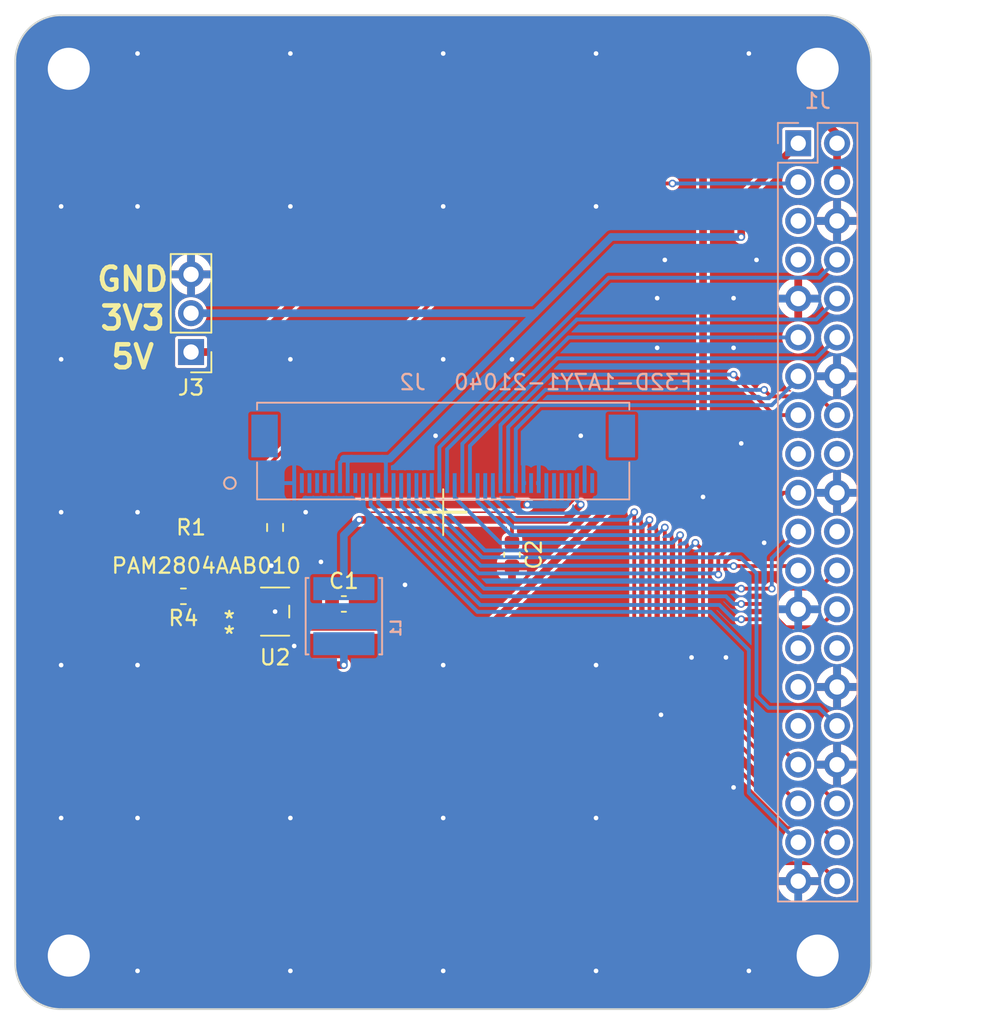
<source format=kicad_pcb>
(kicad_pcb (version 20211014) (generator pcbnew)
  (layers (0 "F.Cu" signal) (31 "B.Cu" signal) (34 "B.Paste" user) (35 "F.Paste" user) (36 "B.SilkS" user "B.Silkscreen") (37 "F.SilkS" user "F.Silkscreen") (38 "B.Mask" user) (39 "F.Mask" user) (44 "Edge.Cuts" user))
  (net 0 "")
  (net 18 "Net-(U2-Pad3)")
  (net 19 "GND")
  (net 20 "/PWM")
  (net 21 "/LED_K")
  (net 22 "/LED_A")
  (net 23 "/DB9")
  (net 24 "/DB8")
  (net 25 "/DB7")
  (net 26 "/DB6")
  (net 27 "/DB5")
  (net 28 "/DB4")
  (net 29 "/DB3")
  (net 30 "/DB2")
  (net 31 "/DB15")
  (net 32 "/DB14")
  (net 33 "/DB13")
  (net 34 "/DB12")
  (net 35 "/DB11")
  (net 36 "/DB10")
  (net 37 "/DB1")
  (net 38 "/DB0")
  (net 39 "/DAT_CMD")
  (net 40 "/!WRITE")
  (net 41 "/!RESET")
  (net 42 "+5V")
  (net 43 "+3V3")
  (footprint "Connector_PinHeader_2.54mm:PinHeader_1x03_P2.54mm_Vertical" (layer "F.Cu") (at -16.5 -10.475 180)
    (fp_text reference "J3" (at 0 -2.33) (layer "F.SilkS"))
    (fp_text value "Conn_01x03")
    (fp_line (start -1.33 1.27) (end -1.33 6.41) (layer "F.SilkS") (width 0.12))
    (fp_line (start 1.33 1.27) (end 1.33 6.41) (layer "F.SilkS") (width 0.12))
    (fp_line (start -1.33 0) (end -1.33 -1.33) (layer "F.SilkS") (width 0.12))
    (fp_line (start -1.33 6.41) (end 1.33 6.41) (layer "F.SilkS") (width 0.12))
    (fp_line (start -1.33 1.27) (end 1.33 1.27) (layer "F.SilkS") (width 0.12))
    (fp_line (start -1.33 -1.33) (end 0 -1.33) (layer "F.SilkS") (width 0.12))
    (pad "1" thru_hole rect locked (at 0 0 180) (size 1.7 1.7) (drill 1) (layers *.Cu *.Mask) (net 42 "+5V"))
    (pad "2" thru_hole oval locked (at 0 2.54 180) (size 1.7 1.7) (drill 1) (layers *.Cu *.Mask) (net 43 "+3V3"))
    (pad "3" thru_hole oval locked (at 0 5.08 180) (size 1.7 1.7) (drill 1) (layers *.Cu *.Mask) (net 19 "GND"))
  )
  (footprint "Resistor_SMD:R_0603_1608Metric" (layer "F.Cu") (at -17 5.5 180)
    (fp_text reference "R4" (at 0 -1.43) (layer "F.SilkS"))
    (fp_text value "10k")
    (fp_line (start -0.162779 0.51) (end 0.162779 0.51) (layer "F.SilkS") (width 0.12))
    (fp_line (start -0.162779 -0.51) (end 0.162779 -0.51) (layer "F.SilkS") (width 0.12))
    (pad "1" smd roundrect locked (at -0.7875 0 180) (size 0.875 0.95) (layers "F.Cu" "F.Paste" "F.Mask") (net 20 "/PWM"))
    (pad "2" smd roundrect locked (at 0.7875 0 180) (size 0.875 0.95) (layers "F.Cu" "F.Paste" "F.Mask") (net 19 "GND"))
  )
  (footprint "Capacitor_SMD:C_0603_1608Metric" (layer "F.Cu") (at -6.5 6)
    (fp_text reference "C1" (at 0 -1.5) (layer "F.SilkS"))
    (fp_text value "10 uF")
    (fp_line (start -0.14058 -0.51) (end 0.14058 -0.51) (layer "F.SilkS") (width 0.12))
    (fp_line (start -0.14058 0.51) (end 0.14058 0.51) (layer "F.SilkS") (width 0.12))
    (pad "1" smd roundrect (at -0.775 0) (size 0.9 0.95) (layers "F.Cu" "F.Paste" "F.Mask") (net 42 "+5V"))
    (pad "2" smd roundrect (at 0.775 0) (size 0.9 0.95) (layers "F.Cu" "F.Paste" "F.Mask") (net 19 "GND"))
  )
  (footprint "Resistor_SMD:R_0603_1608Metric" (layer "F.Cu") (at -11 1 90)
    (fp_text reference "R1" (at 0 -5.5 180) (layer "F.SilkS"))
    (fp_text value "1 Ω")
    (fp_line (start -0.237258 0.5225) (end 0.237258 0.5225) (layer "F.SilkS") (width 0.12))
    (fp_line (start -0.237258 -0.5225) (end 0.237258 -0.5225) (layer "F.SilkS") (width 0.12))
    (pad "1" smd roundrect (at -0.825 0 90) (size 0.8 0.95) (layers "F.Cu" "F.Paste" "F.Mask") (net 21 "/LED_K"))
    (pad "2" smd roundrect (at 0.825 0 90) (size 0.8 0.95) (layers "F.Cu" "F.Paste" "F.Mask") (net 19 "GND"))
  )
  (footprint "small-display-pi-attachment:PAM2804AAB010" (layer "F.Cu") (at -11 6.5)
    (fp_text reference "U2" (at 0 3) (layer "F.SilkS"))
    (fp_text value "PAM2804AAB010" (at -4.5 -3) (layer "F.SilkS"))
    (fp_text user "*" (at -3 1.5) (layer "F.SilkS"))
    (fp_text user "*" (at -3 0.5) (layer "F.SilkS"))
    (fp_line (start -0.9271 1.5748) (end 0.9271 1.5748) (layer "F.SilkS") (width 0.12))
    (fp_line (start 0.9271 -1.5748) (end -0.9271 -1.5748) (layer "F.SilkS") (width 0.12))
    (fp_line (start 0.9271 0.39116) (end 0.9271 -0.39116) (layer "F.SilkS") (width 0.12))
    (pad "1" smd rect locked (at -1.27635 -0.9398) (size 0.9525 0.4572) (layers "F.Cu" "F.Paste" "F.Mask") (net 20 "/PWM"))
    (pad "2" smd rect locked (at -1.27635 0) (size 0.9525 0.4572) (layers "F.Cu" "F.Paste" "F.Mask") (net 19 "GND"))
    (pad "3" smd rect locked (at -1.27635 0.9398) (size 0.9525 0.4572) (layers "F.Cu" "F.Paste" "F.Mask") (net 18 "Net-(U2-Pad3)"))
    (pad "4" smd rect locked (at 1.27635 0.9525) (size 0.9525 0.4572) (layers "F.Cu" "F.Paste" "F.Mask") (net 42 "+5V"))
    (pad "5" smd rect locked (at 1.27635 -0.9525) (size 0.9525 0.4572) (layers "F.Cu" "F.Paste" "F.Mask") (net 21 "/LED_K"))
  )
  (footprint "Capacitor_SMD:C_0603_1608Metric" (layer "F.Cu") (at 4.5 2.775 -90)
    (fp_text reference "C2" (at 0 -1.43 90) (layer "F.SilkS"))
    (fp_text value "10 uF")
    (fp_line (start -0.14058 0.51) (end 0.14058 0.51) (layer "F.SilkS") (width 0.12))
    (fp_line (start -0.14058 -0.51) (end 0.14058 -0.51) (layer "F.SilkS") (width 0.12))
    (pad "1" smd roundrect (at -0.775 0 270) (size 0.9 0.95) (layers "F.Cu" "F.Paste" "F.Mask") (net 22 "/LED_A"))
    (pad "2" smd roundrect (at 0.775 0 270) (size 0.9 0.95) (layers "F.Cu" "F.Paste" "F.Mask") (net 19 "GND"))
  )
  (footprint "small-display-pi-attachment:F32D-1A7Y1-21040" (layer "B.Cu") (at 0 -4)
    (fp_text reference "J2" (at -2 -4.5) (layer "B.SilkS") (effects (justify mirror)))
    (fp_text value "F32D-1A7Y1-21040" (at 8.5 -4.5) (layer "B.SilkS") (effects (justify mirror)))
    (fp_line (start -12.1793 -2.714439) (end -12.1793 -3.162299) (layer "B.SilkS") (width 0.12))
    (fp_line (start 12.1793 -3.162299) (end 12.1793 -2.714439) (layer "B.SilkS") (width 0.12))
    (fp_line (start -12.1793 -3.162299) (end 12.1793 -3.162299) (layer "B.SilkS") (width 0.12))
    (fp_line (start -12.1793 3.1623) (end -12.1793 0.745041) (layer "B.SilkS") (width 0.12))
    (fp_line (start 12.1793 0.745041) (end 12.1793 3.1623) (layer "B.SilkS") (width 0.12))
    (fp_line (start 12.1793 3.1623) (end -12.1793 3.1623) (layer "B.SilkS") (width 0.12))
    (fp_circle (center -13.9573 2.0953) (end -13.5763 2.0953) (layer "B.SilkS") (width 0.12) (fill none))
    (fp_circle (center -13.9573 2.0953) (end -13.5763 2.0953) (layer "F.SilkS") (width 0.12) (fill none))
    (pad "1" smd rect locked (at -9.750001 2.0953) (size 0.254 1.2954) (layers "B.Cu" "B.Paste" "B.Mask") (net 19 "GND"))
    (pad "2" smd rect locked (at -9.249999 2.0953) (size 0.254 1.2954) (layers "B.Cu" "B.Paste" "B.Mask"))
    (pad "3" smd rect locked (at -8.75 2.0953) (size 0.254 1.2954) (layers "B.Cu" "B.Paste" "B.Mask"))
    (pad "4" smd rect locked (at -8.250001 2.0953) (size 0.254 1.2954) (layers "B.Cu" "B.Paste" "B.Mask"))
    (pad "5" smd rect locked (at -7.75 2.0953) (size 0.254 1.2954) (layers "B.Cu" "B.Paste" "B.Mask"))
    (pad "6" smd rect locked (at -7.250001 2.0953) (size 0.254 1.2954) (layers "B.Cu" "B.Paste" "B.Mask"))
    (pad "7" smd rect locked (at -6.749999 2.0953) (size 0.254 1.2954) (layers "B.Cu" "B.Paste" "B.Mask") (net 43 "+3V3"))
    (pad "8" smd rect locked (at -6.25 2.0953) (size 0.254 1.2954) (layers "B.Cu" "B.Paste" "B.Mask") (net 43 "+3V3"))
    (pad "9" smd rect locked (at -5.750001 2.0953) (size 0.254 1.2954) (layers "B.Cu" "B.Paste" "B.Mask"))
    (pad "10" smd rect locked (at -5.25 2.0953) (size 0.254 1.2954) (layers "B.Cu" "B.Paste" "B.Mask") (net 19 "GND"))
    (pad "11" smd rect locked (at -4.750001 2.0953) (size 0.254 1.2954) (layers "B.Cu" "B.Paste" "B.Mask") (net 39 "/DAT_CMD"))
    (pad "12" smd rect locked (at -4.249999 2.0953) (size 0.254 1.2954) (layers "B.Cu" "B.Paste" "B.Mask") (net 40 "/!WRITE"))
    (pad "13" smd rect locked (at -3.75 2.0953) (size 0.254 1.2954) (layers "B.Cu" "B.Paste" "B.Mask") (net 43 "+3V3"))
    (pad "14" smd rect locked (at -3.250001 2.0953) (size 0.254 1.2954) (layers "B.Cu" "B.Paste" "B.Mask") (net 38 "/DB0"))
    (pad "15" smd rect locked (at -2.75 2.0953) (size 0.254 1.2954) (layers "B.Cu" "B.Paste" "B.Mask") (net 37 "/DB1"))
    (pad "16" smd rect locked (at -2.250001 2.0953) (size 0.254 1.2954) (layers "B.Cu" "B.Paste" "B.Mask") (net 30 "/DB2"))
    (pad "17" smd rect locked (at -1.749999 2.0953) (size 0.254 1.2954) (layers "B.Cu" "B.Paste" "B.Mask") (net 29 "/DB3"))
    (pad "18" smd rect locked (at -1.25 2.0953) (size 0.254 1.2954) (layers "B.Cu" "B.Paste" "B.Mask") (net 28 "/DB4"))
    (pad "19" smd rect locked (at -0.750001 2.0953) (size 0.254 1.2954) (layers "B.Cu" "B.Paste" "B.Mask") (net 27 "/DB5"))
    (pad "20" smd rect locked (at -0.25 2.0953) (size 0.254 1.2954) (layers "B.Cu" "B.Paste" "B.Mask") (net 26 "/DB6"))
    (pad "21" smd rect locked (at 0.25 2.0953) (size 0.254 1.2954) (layers "B.Cu" "B.Paste" "B.Mask") (net 25 "/DB7"))
    (pad "22" smd rect locked (at 0.750001 2.0953) (size 0.254 1.2954) (layers "B.Cu" "B.Paste" "B.Mask") (net 24 "/DB8"))
    (pad "23" smd rect locked (at 1.25 2.0953) (size 0.254 1.2954) (layers "B.Cu" "B.Paste" "B.Mask") (net 23 "/DB9"))
    (pad "24" smd rect locked (at 1.749999 2.0953) (size 0.254 1.2954) (layers "B.Cu" "B.Paste" "B.Mask") (net 36 "/DB10"))
    (pad "25" smd rect locked (at 2.250001 2.0953) (size 0.254 1.2954) (layers "B.Cu" "B.Paste" "B.Mask") (net 35 "/DB11"))
    (pad "26" smd rect locked (at 2.75 2.0953) (size 0.254 1.2954) (layers "B.Cu" "B.Paste" "B.Mask") (net 34 "/DB12"))
    (pad "27" smd rect locked (at 3.250001 2.0953) (size 0.254 1.2954) (layers "B.Cu" "B.Paste" "B.Mask") (net 33 "/DB13"))
    (pad "28" smd rect locked (at 3.75 2.0953) (size 0.254 1.2954) (layers "B.Cu" "B.Paste" "B.Mask") (net 32 "/DB14"))
    (pad "29" smd rect locked (at 4.249999 2.0953) (size 0.254 1.2954) (layers "B.Cu" "B.Paste" "B.Mask") (net 31 "/DB15"))
    (pad "30" smd rect locked (at 4.750001 2.0953) (size 0.254 1.2954) (layers "B.Cu" "B.Paste" "B.Mask") (net 41 "/!RESET"))
    (pad "31" smd rect locked (at 5.25 2.0953) (size 0.254 1.2954) (layers "B.Cu" "B.Paste" "B.Mask") (net 19 "GND"))
    (pad "32" smd rect locked (at 5.749999 2.0953) (size 0.254 1.2954) (layers "B.Cu" "B.Paste" "B.Mask"))
    (pad "33" smd rect locked (at 6.25 2.0953) (size 0.254 1.2954) (layers "B.Cu" "B.Paste" "B.Mask") (net 19 "GND"))
    (pad "34" smd rect locked (at 6.749999 2.0953) (size 0.254 1.2954) (layers "B.Cu" "B.Paste" "B.Mask") (net 21 "/LED_K"))
    (pad "35" smd rect locked (at 7.250001 2.0953) (size 0.254 1.2954) (layers "B.Cu" "B.Paste" "B.Mask") (net 21 "/LED_K"))
    (pad "36" smd rect locked (at 7.75 2.0953) (size 0.254 1.2954) (layers "B.Cu" "B.Paste" "B.Mask") (net 21 "/LED_K"))
    (pad "37" smd rect locked (at 8.249999 2.0953) (size 0.254 1.2954) (layers "B.Cu" "B.Paste" "B.Mask") (net 21 "/LED_K"))
    (pad "38" smd rect locked (at 8.75 2.0953) (size 0.254 1.2954) (layers "B.Cu" "B.Paste" "B.Mask") (net 22 "/LED_A"))
    (pad "39" smd rect locked (at 9.249999 2.0953) (size 0.254 1.2954) (layers "B.Cu" "B.Paste" "B.Mask") (net 19 "GND"))
    (pad "40" smd rect locked (at 9.750001 2.0953) (size 0.254 1.2954) (layers "B.Cu" "B.Paste" "B.Mask"))
    (pad "41" smd rect locked (at -11.689999 -0.984699) (size 1.7272 2.794) (layers "B.Cu" "B.Paste" "B.Mask"))
    (pad "42" smd rect locked (at 11.689999 -0.984699) (size 1.7272 2.794) (layers "B.Cu" "B.Paste" "B.Mask"))
  )
  (footprint "Connector_PinSocket_2.54mm:PinSocket_2x20_P2.54mm_Vertical" (layer "B.Cu") (at 23.23 -24.13 180)
    (fp_text reference "J1" (at -1.27 2.77) (layer "B.SilkS") (effects (justify mirror)))
    (fp_text value "Conn_01x40")
    (fp_line (start 1.33 -1.27) (end 1.33 -49.59) (layer "B.SilkS") (width 0.12))
    (fp_line (start 1.33 1.33) (end 1.33 0) (layer "B.SilkS") (width 0.12))
    (fp_line (start 0 1.33) (end 1.33 1.33) (layer "B.SilkS") (width 0.12))
    (fp_line (start -3.87 1.33) (end -1.27 1.33) (layer "B.SilkS") (width 0.12))
    (fp_line (start -1.27 1.33) (end -1.27 -1.27) (layer "B.SilkS") (width 0.12))
    (fp_line (start -1.27 -1.27) (end 1.33 -1.27) (layer "B.SilkS") (width 0.12))
    (fp_line (start -3.87 1.33) (end -3.87 -49.59) (layer "B.SilkS") (width 0.12))
    (fp_line (start -3.87 -49.59) (end 1.33 -49.59) (layer "B.SilkS") (width 0.12))
    (pad "1" thru_hole rect locked (at 0 0 180) (size 1.7 1.7) (drill 1) (layers *.Cu *.Mask) (net 43 "+3V3"))
    (pad "2" thru_hole oval locked (at -2.54 0 180) (size 1.7 1.7) (drill 1) (layers *.Cu *.Mask) (net 42 "+5V"))
    (pad "3" thru_hole oval locked (at 0 -2.54 180) (size 1.7 1.7) (drill 1) (layers *.Cu *.Mask) (net 20 "/PWM"))
    (pad "4" thru_hole oval locked (at -2.54 -2.54 180) (size 1.7 1.7) (drill 1) (layers *.Cu *.Mask) (net 42 "+5V"))
    (pad "5" thru_hole oval locked (at 0 -5.08 180) (size 1.7 1.7) (drill 1) (layers *.Cu *.Mask))
    (pad "6" thru_hole oval locked (at -2.54 -5.08 180) (size 1.7 1.7) (drill 1) (layers *.Cu *.Mask) (net 19 "GND"))
    (pad "7" thru_hole oval locked (at 0 -7.62 180) (size 1.7 1.7) (drill 1) (layers *.Cu *.Mask))
    (pad "8" thru_hole oval locked (at -2.54 -7.62 180) (size 1.7 1.7) (drill 1) (layers *.Cu *.Mask) (net 26 "/DB6"))
    (pad "9" thru_hole oval locked (at 0 -10.16 180) (size 1.7 1.7) (drill 1) (layers *.Cu *.Mask) (net 19 "GND"))
    (pad "10" thru_hole oval locked (at -2.54 -10.16 180) (size 1.7 1.7) (drill 1) (layers *.Cu *.Mask) (net 25 "/DB7"))
    (pad "11" thru_hole oval locked (at 0 -12.7 180) (size 1.7 1.7) (drill 1) (layers *.Cu *.Mask) (net 23 "/DB9"))
    (pad "12" thru_hole oval locked (at -2.54 -12.7 180) (size 1.7 1.7) (drill 1) (layers *.Cu *.Mask) (net 36 "/DB10"))
    (pad "13" thru_hole oval locked (at 0 -15.24 180) (size 1.7 1.7) (drill 1) (layers *.Cu *.Mask) (net 41 "/!RESET"))
    (pad "14" thru_hole oval locked (at -2.54 -15.24 180) (size 1.7 1.7) (drill 1) (layers *.Cu *.Mask) (net 19 "GND"))
    (pad "15" thru_hole oval locked (at 0 -17.78 180) (size 1.7 1.7) (drill 1) (layers *.Cu *.Mask) (net 32 "/DB14"))
    (pad "16" thru_hole oval locked (at -2.54 -17.78 180) (size 1.7 1.7) (drill 1) (layers *.Cu *.Mask) (net 31 "/DB15"))
    (pad "17" thru_hole oval locked (at 0 -20.32 180) (size 1.7 1.7) (drill 1) (layers *.Cu *.Mask))
    (pad "18" thru_hole oval locked (at -2.54 -20.32 180) (size 1.7 1.7) (drill 1) (layers *.Cu *.Mask))
    (pad "19" thru_hole oval locked (at 0 -22.86 180) (size 1.7 1.7) (drill 1) (layers *.Cu *.Mask) (net 30 "/DB2"))
    (pad "20" thru_hole oval locked (at -2.54 -22.86 180) (size 1.7 1.7) (drill 1) (layers *.Cu *.Mask) (net 19 "GND"))
    (pad "21" thru_hole oval locked (at 0 -25.4 180) (size 1.7 1.7) (drill 1) (layers *.Cu *.Mask) (net 37 "/DB1"))
    (pad "22" thru_hole oval locked (at -2.54 -25.4 180) (size 1.7 1.7) (drill 1) (layers *.Cu *.Mask))
    (pad "23" thru_hole oval locked (at 0 -27.94 180) (size 1.7 1.7) (drill 1) (layers *.Cu *.Mask) (net 29 "/DB3"))
    (pad "24" thru_hole oval locked (at -2.54 -27.94 180) (size 1.7 1.7) (drill 1) (layers *.Cu *.Mask) (net 38 "/DB0"))
    (pad "25" thru_hole oval locked (at 0 -30.48 180) (size 1.7 1.7) (drill 1) (layers *.Cu *.Mask) (net 19 "GND"))
    (pad "26" thru_hole oval locked (at -2.54 -30.48 180) (size 1.7 1.7) (drill 1) (layers *.Cu *.Mask) (net 40 "/!WRITE"))
    (pad "27" thru_hole oval locked (at 0 -33.02 180) (size 1.7 1.7) (drill 1) (layers *.Cu *.Mask))
    (pad "28" thru_hole oval locked (at -2.54 -33.02 180) (size 1.7 1.7) (drill 1) (layers *.Cu *.Mask))
    (pad "29" thru_hole oval locked (at 0 -35.56 180) (size 1.7 1.7) (drill 1) (layers *.Cu *.Mask))
    (pad "30" thru_hole oval locked (at -2.54 -35.56 180) (size 1.7 1.7) (drill 1) (layers *.Cu *.Mask) (net 19 "GND"))
    (pad "31" thru_hole oval locked (at 0 -38.1 180) (size 1.7 1.7) (drill 1) (layers *.Cu *.Mask))
    (pad "32" thru_hole oval locked (at -2.54 -38.1 180) (size 1.7 1.7) (drill 1) (layers *.Cu *.Mask) (net 28 "/DB4"))
    (pad "33" thru_hole oval locked (at 0 -40.64 180) (size 1.7 1.7) (drill 1) (layers *.Cu *.Mask) (net 27 "/DB5"))
    (pad "34" thru_hole oval locked (at -2.54 -40.64 180) (size 1.7 1.7) (drill 1) (layers *.Cu *.Mask) (net 19 "GND"))
    (pad "35" thru_hole oval locked (at 0 -43.18 180) (size 1.7 1.7) (drill 1) (layers *.Cu *.Mask) (net 35 "/DB11"))
    (pad "36" thru_hole oval locked (at -2.54 -43.18 180) (size 1.7 1.7) (drill 1) (layers *.Cu *.Mask) (net 24 "/DB8"))
    (pad "37" thru_hole oval locked (at 0 -45.72 180) (size 1.7 1.7) (drill 1) (layers *.Cu *.Mask) (net 39 "/DAT_CMD"))
    (pad "38" thru_hole oval locked (at -2.54 -45.72 180) (size 1.7 1.7) (drill 1) (layers *.Cu *.Mask) (net 34 "/DB12"))
    (pad "39" thru_hole oval locked (at 0 -48.26 180) (size 1.7 1.7) (drill 1) (layers *.Cu *.Mask) (net 19 "GND"))
    (pad "40" thru_hole oval locked (at -2.54 -48.26 180) (size 1.7 1.7) (drill 1) (layers *.Cu *.Mask) (net 33 "/DB13"))
  )
  (footprint "small-display-pi-attachment:IND_VLS5045EX-100M" (layer "B.Cu") (at -6.5 6.8 90)
    (fp_text reference "L1" (at -0.768 3.4064 90) (layer "B.SilkS") (effects (font (size 0.64 0.64)) (justify mirror)))
    (fp_text value "4.7 uH")
    (fp_line (start 2.5 -2.5) (end 2.5 -2.32) (layer "B.SilkS") (width 0.127))
    (fp_line (start -2.5 -2.5) (end -2.5 -2.32) (layer "B.SilkS") (width 0.127))
    (fp_line (start -2.5 2.5) (end 2.5 2.5) (layer "B.SilkS") (width 0.127))
    (fp_line (start -2.5 2.5) (end -2.5 2.32) (layer "B.SilkS") (width 0.127))
    (fp_line (start 2.5 2.5) (end 2.5 2.32) (layer "B.SilkS") (width 0.127))
    (fp_line (start -2.5 -2.5) (end 2.5 -2.5) (layer "B.SilkS") (width 0.127))
    (pad "1" smd rect locked (at -1.8 0 90) (size 1.5 4) (layers "B.Cu" "B.Paste" "B.Mask") (net 18 "Net-(U2-Pad3)"))
    (pad "2" smd rect locked (at 1.8 0 90) (size 1.5 4) (layers "B.Cu" "B.Paste" "B.Mask") (net 22 "/LED_A"))
  )
  (gr_line (start -1.5 0) (end 1.5 0) (layer "F.SilkS") (width 0.2))
  (gr_line (start 0 -1.5) (end 0 1.5) (layer "F.SilkS") (width 0.12))
  (gr_line (start -28 29.5) (end -28 -29.5) (layer "Edge.Cuts") (width 0.12))
  (gr_arc (start 25 -32.5) (mid 27.12132 -31.62132) (end 28 -29.5) (layer "Edge.Cuts") (width 0.12))
  (gr_arc (start 28 29.5) (mid 27.12132 31.62132) (end 25 32.5) (layer "Edge.Cuts") (width 0.12))
  (gr_line (start 28 -29.5) (end 28 29.5) (layer "Edge.Cuts") (width 0.12))
  (gr_arc (start -28 -29.5) (mid -27.12132 -31.62132) (end -25 -32.5) (layer "Edge.Cuts") (width 0.12))
  (gr_arc (start -25 32.5) (mid -27.12132 31.62132) (end -28 29.5) (layer "Edge.Cuts") (width 0.12))
  (gr_line (start 25 -32.5) (end -25 -32.5) (layer "Edge.Cuts") (width 0.12))
  (gr_line (start -25 32.5) (end 25 32.5) (layer "Edge.Cuts") (width 0.12))
  (gr_text "3V3" (at -20.32 -12.7) (layer "F.SilkS") (effects (font (size 1.5 1.5) (thickness 0.3))))
  (gr_text "5V" (at -20.32 -10.16) (layer "F.SilkS") (effects (font (size 1.5 1.5) (thickness 0.3))))
  (gr_text "GND" (at -20.32 -15.24) (layer "F.SilkS") (effects (font (size 1.5 1.5) (thickness 0.3))))
  (segment (start -12.27635 7.4398) (end -12.27635 8.72365) (width 0.5) (layer "F.Cu") (net 18))
  (segment (start -12.27635 8.72365) (end -11 10) (width 0.5) (layer "F.Cu") (net 18))
  (segment (start -11 10) (end -6.5 10) (width 0.5) (layer "F.Cu") (net 18))
  (via (at -6.5 10) (size 0.5) (drill 0.3) (layers "F.Cu" "B.Cu") (net 18))
  (segment (start -6.5 10) (end -6.5 8.6) (width 0.5) (layer "B.Cu") (net 18))
  (via (at 4.5 -10) (size 0.5) (drill 0.3) (layers "F.Cu" "B.Cu") (net 19))
  (via (at 10 -30) (size 0.5) (drill 0.3) (layers "F.Cu" "B.Cu") (net 19))
  (via (at 0 20) (size 0.5) (drill 0.3) (layers "F.Cu" "B.Cu") (net 19))
  (via (at 0 -20) (size 0.5) (drill 0.3) (layers "F.Cu" "B.Cu") (net 19))
  (via (at 9 -5) (size 0.5) (drill 0.3) (layers "F.Cu" "B.Cu") (net 19))
  (via (at -9.75 8.75) (size 0.5) (drill 0.3) (layers "F.Cu" "B.Cu") (net 19))
  (via (at -25 10) (size 0.5) (drill 0.3) (layers "F.Cu" "B.Cu") (net 19))
  (via (at -10 -20) (size 0.5) (drill 0.3) (layers "F.Cu" "B.Cu") (net 19))
  (via (at 24.5 -29) (size 4) (drill 2.75) (layers "F.Cu" "B.Cu") (net 19))
  (via (at -2.5 4.75) (size 0.5) (drill 0.3) (layers "F.Cu" "B.Cu") (net 19))
  (via (at 0 -30) (size 0.5) (drill 0.3) (layers "F.Cu" "B.Cu") (net 19))
  (via (at 0 30) (size 0.5) (drill 0.3) (layers "F.Cu" "B.Cu") (net 19))
  (via (at -11 6.5) (size 0.5) (drill 0.3) (layers "F.Cu" "B.Cu") (net 19))
  (via (at -0.5 -5) (size 0.5) (drill 0.3) (layers "F.Cu" "B.Cu") (net 19))
  (via (at 0 -10) (size 0.5) (drill 0.3) (layers "F.Cu" "B.Cu") (net 19))
  (via (at 14 -10.75) (size 0.5) (drill 0.3) (layers "F.Cu" "B.Cu") (net 19))
  (via (at -11.25 3.5) (size 0.5) (drill 0.3) (layers "F.Cu" "B.Cu") (net 19))
  (via (at 14.25 13.25) (size 0.5) (drill 0.3) (layers "F.Cu" "B.Cu") (net 19))
  (via (at -10 30) (size 0.5) (drill 0.3) (layers "F.Cu" "B.Cu") (net 19))
  (via (at 19.5 -4.5) (size 0.5) (drill 0.3) (layers "F.Cu" "B.Cu") (net 19))
  (via (at -10 20) (size 0.5) (drill 0.3) (layers "F.Cu" "B.Cu") (net 19))
  (via (at -20 30) (size 0.5) (drill 0.3) (layers "F.Cu" "B.Cu") (net 19))
  (via (at -9 0) (size 0.5) (drill 0.3) (layers "F.Cu" "B.Cu") (net 19))
  (via (at 20 -30) (size 0.5) (drill 0.3) (layers "F.Cu" "B.Cu") (net 19))
  (via (at 20.5 -16.5) (size 0.5) (drill 0.3) (layers "F.Cu" "B.Cu") (net 19))
  (via (at 21 2) (size 0.5) (drill 0.3) (layers "F.Cu" "B.Cu") (net 19))
  (via (at 10 10) (size 0.5) (drill 0.3) (layers "F.Cu" "B.Cu") (net 19))
  (via (at -24.5 -29) (size 4) (drill 2.75) (layers "F.Cu" "B.Cu") (net 19))
  (via (at -25 -10) (size 0.5) (drill 0.3) (layers "F.Cu" "B.Cu") (net 19))
  (via (at 19 18) (size 0.5) (drill 0.3) (layers "F.Cu" "B.Cu") (net 19))
  (via (at 0 10) (size 0.5) (drill 0.3) (layers "F.Cu" "B.Cu") (net 19))
  (via (at 16.25 9.5) (size 0.5) (drill 0.3) (layers "F.Cu" "B.Cu") (net 19))
  (via (at -20 10) (size 0.5) (drill 0.3) (layers "F.Cu" "B.Cu") (net 19))
  (via (at 10 30) (size 0.5) (drill 0.3) (layers "F.Cu" "B.Cu") (net 19))
  (via (at 17 -1) (size 0.5) (drill 0.3) (layers "F.Cu" "B.Cu") (net 19))
  (via (at -20 -30) (size 0.5) (drill 0.3) (layers "F.Cu" "B.Cu") (net 19))
  (via (at 10 20) (size 0.5) (drill 0.3) (layers "F.Cu" "B.Cu") (net 19))
  (via (at -20 -20) (size 0.5) (drill 0.3) (layers "F.Cu" "B.Cu") (net 19))
  (via (at -25 0) (size 0.5) (drill 0.3) (layers "F.Cu" "B.Cu") (net 19))
  (via (at -20 0) (size 0.5) (drill 0.3) (layers "F.Cu" "B.Cu") (net 19))
  (via (at -25 20) (size 0.5) (drill 0.3) (layers "F.Cu" "B.Cu") (net 19))
  (via (at 19 -14) (size 0.5) (drill 0.3) (layers "F.Cu" "B.Cu") (net 19))
  (via (at -10 -30) (size 0.5) (drill 0.3) (layers "F.Cu" "B.Cu") (net 19))
  (via (at 10 -20) (size 0.5) (drill 0.3) (layers "F.Cu" "B.Cu") (net 19))
  (via (at 14 -14) (size 0.5) (drill 0.3) (layers "F.Cu" "B.Cu") (net 19))
  (via (at -24.5 29) (size 4) (drill 2.75) (layers "F.Cu" "B.Cu") (net 19))
  (via (at 20 30) (size 0.5) (drill 0.3) (layers "F.Cu" "B.Cu") (net 19))
  (via (at 18.5 9.5) (size 0.5) (drill 0.3) (layers "F.Cu" "B.Cu") (net 19))
  (via (at -8 3.25) (size 0.5) (drill 0.3) (layers "F.Cu" "B.Cu") (net 19))
  (via (at -20 20) (size 0.5) (drill 0.3) (layers "F.Cu" "B.Cu") (net 19))
  (via (at -10 -10) (size 0.5) (drill 0.3) (layers "F.Cu" "B.Cu") (net 19))
  (via (at 24.5 29) (size 4) (drill 2.75) (layers "F.Cu" "B.Cu") (net 19))
  (via (at 19 -10.75) (size 0.5) (drill 0.3) (layers "F.Cu" "B.Cu") (net 19))
  (via (at 14.5 -16.5) (size 0.5) (drill 0.3) (layers "F.Cu" "B.Cu") (net 19))
  (via (at -25 -20) (size 0.5) (drill 0.3) (layers "F.Cu" "B.Cu") (net 19))
  (segment (start -12.5 5.33655) (end -12.27635 5.5602) (width 0.25) (layer "F.Cu") (net 20))
  (segment (start 7 -21.5) (end -12.5 -2) (width 0.25) (layer "F.Cu") (net 20))
  (segment (start -16.1523 5.5602) (end -16.2125 5.5) (width 0.25) (layer "F.Cu") (net 20))
  (segment (start -12.27635 5.5602) (end -16.1523 5.5602) (width 0.25) (layer "F.Cu") (net 20))
  (segment (start 15 -21.5) (end 7 -21.5) (width 0.25) (layer "F.Cu") (net 20))
  (segment (start -12.5 -2) (end -12.5 5.33655) (width 0.25) (layer "F.Cu") (net 20))
  (via (at 15 -21.5) (size 0.5) (drill 0.3) (layers "F.Cu" "B.Cu") (net 20))
  (segment (start 15 -21.5) (end 23.14 -21.5) (width 0.25) (layer "B.Cu") (net 20))
  (segment (start 23.14 -21.5) (end 23.23 -21.59) (width 0.25) (layer "B.Cu") (net 20))
  (segment (start -11 1.825) (end -9.72365 3.10135) (width 0.25) (layer "F.Cu") (net 21))
  (segment (start -9.72365 2.72365) (end -6.5 -0.5) (width 0.5) (layer "F.Cu") (net 21))
  (segment (start -9.72365 4.72365) (end -9.72365 2.72365) (width 0.5) (layer "F.Cu") (net 21))
  (segment (start -9.72365 5.5475) (end -9.72365 4.72365) (width 0.5) (layer "F.Cu") (net 21))
  (segment (start -9.72365 3.10135) (end -9.72365 4.72365) (width 0.25) (layer "F.Cu") (net 21))
  (segment (start -6.5 -0.5) (end 5.5 -0.5) (width 0.5) (layer "F.Cu") (net 21))
  (via (at 5.5 -0.5) (size 0.5) (drill 0.3) (layers "F.Cu" "B.Cu") (net 21))
  (segment (start 6.749999 -0.749999) (end 6.5 -0.5) (width 0.25) (layer "B.Cu") (net 21))
  (segment (start 7.75 -1.9047) (end 7.75 -0.75) (width 0.25) (layer "B.Cu") (net 21))
  (segment (start 6.749999 -1.9047) (end 6.749999 -0.749999) (width 0.25) (layer "B.Cu") (net 21))
  (segment (start 8.249999 -1.9047) (end 8.249999 -0.749999) (width 0.25) (layer "B.Cu") (net 21))
  (segment (start 7.250001 -0.750001) (end 7 -0.5) (width 0.25) (layer "B.Cu") (net 21))
  (segment (start 7.5 -0.5) (end 8 -0.5) (width 0.5) (layer "B.Cu") (net 21))
  (segment (start 5.5 -0.5) (end 6.5 -0.5) (width 0.5) (layer "B.Cu") (net 21))
  (segment (start 7 -0.5) (end 7.5 -0.5) (width 0.5) (layer "B.Cu") (net 21))
  (segment (start 8.249999 -0.749999) (end 8 -0.5) (width 0.25) (layer "B.Cu") (net 21))
  (segment (start 7.75 -0.75) (end 7.5 -0.5) (width 0.25) (layer "B.Cu") (net 21))
  (segment (start 7.250001 -1.9047) (end 7.250001 -0.750001) (width 0.25) (layer "B.Cu") (net 21))
  (segment (start 6.5 -0.5) (end 7 -0.5) (width 0.5) (layer "B.Cu") (net 21))
  (segment (start 8 0.5) (end 9 -0.5) (width 0.5) (layer "F.Cu") (net 22))
  (segment (start -5.5 0.5) (end 4.5 0.5) (width 0.5) (layer "F.Cu") (net 22))
  (segment (start 4.5 0.5) (end 8 0.5) (width 0.5) (layer "F.Cu") (net 22))
  (segment (start 4.5 2) (end 4.5 0.5) (width 0.25) (layer "F.Cu") (net 22))
  (via (at 9 -0.5) (size 0.5) (drill 0.3) (layers "F.Cu" "B.Cu") (net 22))
  (via (at -5.5 0.5) (size 0.5) (drill 0.3) (layers "F.Cu" "B.Cu") (net 22))
  (segment (start 8.75 -1.9047) (end 8.75 -0.75) (width 0.25) (layer "B.Cu") (net 22))
  (segment (start -6.5 5) (end -6.5 1.5) (width 0.5) (layer "B.Cu") (net 22))
  (segment (start -6.5 1.5) (end -5.5 0.5) (width 0.5) (layer "B.Cu") (net 22))
  (segment (start 8.75 -0.75) (end 9 -0.5) (width 0.25) (layer "B.Cu") (net 22))
  (segment (start 23.23 -11.43) (end 20.43 -11.43) (width 0.25) (layer "B.Cu") (net 23))
  (segment (start 8.202792 -11.43) (end 20.43 -11.43) (width 0.25) (layer "B.Cu") (net 23))
  (segment (start 1.25 -4.477208) (end 8.202792 -11.43) (width 0.25) (layer "B.Cu") (net 23))
  (segment (start 1.25 -1.9047) (end 1.25 -4.477208) (width 0.25) (layer "B.Cu") (net 23))
  (segment (start 24.595 17.875) (end 22.875 17.875) (width 0.25) (layer "F.Cu") (net 24))
  (segment (start 22.875 17.875) (end 15.5 10.5) (width 0.25) (layer "F.Cu") (net 24))
  (segment (start 25.77 19.05) (end 24.595 17.875) (width 0.25) (layer "F.Cu") (net 24))
  (segment (start 15.5 10.5) (end 15.5 1.5) (width 0.25) (layer "F.Cu") (net 24))
  (via (at 15.5 1.5) (size 0.5) (drill 0.3) (layers "F.Cu" "B.Cu") (net 24))
  (segment (start 0.750001 -0.979999) (end 3.73 2) (width 0.25) (layer "B.Cu") (net 24))
  (segment (start 15 2) (end 15.5 1.5) (width 0.25) (layer "B.Cu") (net 24))
  (segment (start 3.73 2) (end 15 2) (width 0.25) (layer "B.Cu") (net 24))
  (segment (start 0.750001 -1.9047) (end 0.750001 -0.979999) (width 0.25) (layer "B.Cu") (net 24))
  (segment (start 0.25 -4.113604) (end 8.741396 -12.605) (width 0.25) (layer "B.Cu") (net 25))
  (segment (start 24.405 -12.605) (end 25.77 -13.97) (width 0.25) (layer "B.Cu") (net 25))
  (segment (start 8.741396 -12.605) (end 24.405 -12.605) (width 0.25) (layer "B.Cu") (net 25))
  (segment (start 0.25 -1.9047) (end 0.25 -4.113604) (width 0.25) (layer "B.Cu") (net 25))
  (segment (start -0.25 -4.25) (end 10.835 -15.335) (width 0.25) (layer "B.Cu") (net 26))
  (segment (start 24.595 -15.335) (end 25.77 -16.51) (width 0.25) (layer "B.Cu") (net 26))
  (segment (start -0.25 -1.9047) (end -0.25 -4.25) (width 0.25) (layer "B.Cu") (net 26))
  (segment (start 10.835 -15.335) (end 24.595 -15.335) (width 0.25) (layer "B.Cu") (net 26))
  (segment (start 17 10.28) (end 23.23 16.51) (width 0.25) (layer "F.Cu") (net 27))
  (segment (start 17 2.5) (end 17 10.28) (width 0.25) (layer "F.Cu") (net 27))
  (segment (start 16.5 2) (end 17 2.5) (width 0.25) (layer "F.Cu") (net 27))
  (via (at 16.5 2) (size 0.5) (drill 0.3) (layers "F.Cu" "B.Cu") (net 27))
  (segment (start 16 2.5) (end 2.73 2.5) (width 0.25) (layer "B.Cu") (net 27))
  (segment (start -0.750001 -0.980001) (end -0.750001 -1.9047) (width 0.25) (layer "B.Cu") (net 27))
  (segment (start 2.73 2.5) (end -0.750001 -0.980001) (width 0.25) (layer "B.Cu") (net 27))
  (segment (start 16.5 2) (end 16 2.5) (width 0.25) (layer "B.Cu") (net 27))
  (segment (start 24.595 12.795) (end 25.77 13.97) (width 0.25) (layer "B.Cu") (net 28))
  (segment (start -1.25 -0.843604) (end 2.543604 2.95) (width 0.25) (layer "B.Cu") (net 28))
  (segment (start 20.5 12) (end 21.295 12.795) (width 0.25) (layer "B.Cu") (net 28))
  (segment (start -1.25 -1.9047) (end -1.25 -0.843604) (width 0.25) (layer "B.Cu") (net 28))
  (segment (start 19.45 2.95) (end 20.5 4) (width 0.25) (layer "B.Cu") (net 28))
  (segment (start 20.5 4) (end 20.5 12) (width 0.25) (layer "B.Cu") (net 28))
  (segment (start 2.543604 2.95) (end 19.45 2.95) (width 0.25) (layer "B.Cu") (net 28))
  (segment (start 21.295 12.795) (end 24.595 12.795) (width 0.25) (layer "B.Cu") (net 28))
  (segment (start 19 3.5245) (end 22.9445 3.5245) (width 0.25) (layer "F.Cu") (net 29))
  (segment (start 22.9445 3.5245) (end 23.23 3.81) (width 0.25) (layer "F.Cu") (net 29))
  (via (at 19 3.5245) (size 0.5) (drill 0.3) (layers "F.Cu" "B.Cu") (net 29))
  (segment (start 7 3.5) (end 19 3.5) (width 0.25) (layer "B.Cu") (net 29))
  (segment (start -1.749999 -1.9047) (end -1.749999 -0.707207) (width 0.25) (layer "B.Cu") (net 29))
  (segment (start -1.749999 -0.707207) (end 2.457208 3.5) (width 0.25) (layer "B.Cu") (net 29))
  (segment (start 2.457208 3.5) (end 7 3.5) (width 0.25) (layer "B.Cu") (net 29))
  (segment (start 19 3.5) (end 19 3.5245) (width 0.25) (layer "B.Cu") (net 29))
  (segment (start 22.27 -1.27) (end 23.23 -1.27) (width 0.25) (layer "F.Cu") (net 30))
  (segment (start 18 4.0745) (end 18 3) (width 0.25) (layer "F.Cu") (net 30))
  (segment (start 18 3) (end 22.27 -1.27) (width 0.25) (layer "F.Cu") (net 30))
  (via (at 18 4.0745) (size 0.5) (drill 0.3) (layers "F.Cu" "B.Cu") (net 30))
  (segment (start -2.250001 -1.9047) (end -2.250001 -0.570813) (width 0.25) (layer "B.Cu") (net 30))
  (segment (start 18 4) (end 18 4.0745) (width 0.25) (layer "B.Cu") (net 30))
  (segment (start 2.320812 4) (end 7.5 4) (width 0.25) (layer "B.Cu") (net 30))
  (segment (start -2.250001 -0.570813) (end 2.320812 4) (width 0.25) (layer "B.Cu") (net 30))
  (segment (start 7.5 4) (end 18 4) (width 0.25) (layer "B.Cu") (net 30))
  (segment (start 21 -8) (end 21.4255 -7.5745) (width 0.25) (layer "F.Cu") (net 31))
  (segment (start 24.5455 -7.5745) (end 25.77 -6.35) (width 0.25) (layer "F.Cu") (net 31))
  (segment (start 21.4255 -7.5745) (end 24.5455 -7.5745) (width 0.25) (layer "F.Cu") (net 31))
  (via (at 21 -8) (size 0.5) (drill 0.3) (layers "F.Cu" "B.Cu") (net 31))
  (segment (start 4.249999 -5.568019) (end 4.249999 -1.9047) (width 0.25) (layer "B.Cu") (net 31))
  (segment (start 20.5 -8) (end 6.68198 -8) (width 0.25) (layer "B.Cu") (net 31))
  (segment (start 21 -8) (end 20.5 -8) (width 0.25) (layer "B.Cu") (net 31))
  (segment (start 6.68198 -8) (end 4.249999 -5.568019) (width 0.25) (layer "B.Cu") (net 31))
  (segment (start 19 -9) (end 21.65 -6.35) (width 0.25) (layer "F.Cu") (net 32))
  (segment (start 21.65 -6.35) (end 23.23 -6.35) (width 0.25) (layer "F.Cu") (net 32))
  (via (at 19 -9) (size 0.5) (drill 0.3) (layers "F.Cu" "B.Cu") (net 32))
  (segment (start 7.045584 -9) (end 3.75 -5.704416) (width 0.25) (layer "B.Cu") (net 32))
  (segment (start 19 -9) (end 7.045584 -9) (width 0.25) (layer "B.Cu") (net 32))
  (segment (start 3.75 -5.704416) (end 3.75 -1.9047) (width 0.25) (layer "B.Cu") (net 32))
  (segment (start 12.5 0) (end 12.5 13) (width 0.25) (layer "F.Cu") (net 33))
  (segment (start 24.595 22.955) (end 22.455 22.955) (width 0.25) (layer "F.Cu") (net 33))
  (segment (start 12.5 13) (end 13.25 13.75) (width 0.25) (layer "F.Cu") (net 33))
  (segment (start 25.77 24.13) (end 24.595 22.955) (width 0.25) (layer "F.Cu") (net 33))
  (segment (start 22.455 22.955) (end 13.25 13.75) (width 0.25) (layer "F.Cu") (net 33))
  (via (at 12.5 0) (size 0.5) (drill 0.3) (layers "F.Cu" "B.Cu") (net 33))
  (segment (start 3.250001 -1.9047) (end 3.250001 -0.979999) (width 0.25) (layer "B.Cu") (net 33))
  (segment (start 12 0.5) (end 12.5 0) (width 0.25) (layer "B.Cu") (net 33))
  (segment (start 4.73 0.5) (end 12 0.5) (width 0.25) (layer "B.Cu") (net 33))
  (segment (start 3.250001 -0.979999) (end 4.73 0.5) (width 0.25) (layer "B.Cu") (net 33))
  (segment (start 13.5 0.5) (end 13.5 11) (width 0.25) (layer "F.Cu") (net 34))
  (segment (start 25.77 21.59) (end 24.405 20.225) (width 0.25) (layer "F.Cu") (net 34))
  (segment (start 22.725 20.225) (end 14 11.5) (width 0.25) (layer "F.Cu") (net 34))
  (segment (start 24.405 20.225) (end 22.725 20.225) (width 0.25) (layer "F.Cu") (net 34))
  (segment (start 13.5 11) (end 14 11.5) (width 0.25) (layer "F.Cu") (net 34))
  (via (at 13.5 0.5) (size 0.5) (drill 0.3) (layers "F.Cu" "B.Cu") (net 34))
  (segment (start 2.75 -0.843604) (end 2.75 -1.9047) (width 0.25) (layer "B.Cu") (net 34))
  (segment (start 13.5 0.5) (end 13 1) (width 0.25) (layer "B.Cu") (net 34))
  (segment (start 13 1) (end 4.593604 1) (width 0.25) (layer "B.Cu") (net 34))
  (segment (start 4.593604 1) (end 2.75 -0.843604) (width 0.25) (layer "B.Cu") (net 34))
  (segment (start 14.5 1) (end 14.5 10.32) (width 0.25) (layer "F.Cu") (net 35))
  (segment (start 14.5 10.32) (end 15.09 10.91) (width 0.25) (layer "F.Cu") (net 35))
  (segment (start 23.23 19.05) (end 15.09 10.91) (width 0.25) (layer "F.Cu") (net 35))
  (via (at 14.5 1) (size 0.5) (drill 0.3) (layers "F.Cu" "B.Cu") (net 35))
  (segment (start 4.457208 1.5) (end 14 1.5) (width 0.25) (layer "B.Cu") (net 35))
  (segment (start 14 1.5) (end 14.5 1) (width 0.25) (layer "B.Cu") (net 35))
  (segment (start 2.250001 -0.707207) (end 4.457208 1.5) (width 0.25) (layer "B.Cu") (net 35))
  (segment (start 2.250001 -1.9047) (end 2.250001 -0.707207) (width 0.25) (layer "B.Cu") (net 35))
  (segment (start 1.749999 -1.9047) (end 1.749999 -4.340811) (width 0.25) (layer "B.Cu") (net 36))
  (segment (start 1.749999 -4.340811) (end 7.474188 -10.065) (width 0.25) (layer "B.Cu") (net 36))
  (segment (start 24.405 -10.065) (end 25.77 -11.43) (width 0.25) (layer "B.Cu") (net 36))
  (segment (start 7.474188 -10.065) (end 24.405 -10.065) (width 0.25) (layer "B.Cu") (net 36))
  (segment (start 19.5 5) (end 21.5 5) (width 0.25) (layer "F.Cu") (net 37))
  (via (at 19.5 5) (size 0.5) (drill 0.3) (layers "F.Cu" "B.Cu") (net 37))
  (via (at 21.5 5) (size 0.5) (drill 0.3) (layers "F.Cu" "B.Cu") (net 37))
  (segment (start -2.75 -0.434416) (end 2.684416 5) (width 0.25) (layer "B.Cu") (net 37))
  (segment (start 21.5 5) (end 21.5 3) (width 0.25) (layer "B.Cu") (net 37))
  (segment (start 21.5 3) (end 23.23 1.27) (width 0.25) (layer "B.Cu") (net 37))
  (segment (start -2.75 -1.9047) (end -2.75 -0.434416) (width 0.25) (layer "B.Cu") (net 37))
  (segment (start 2.684416 5) (end 19.5 5) (width 0.25) (layer "B.Cu") (net 37))
  (segment (start 24.58 5) (end 25.77 3.81) (width 0.25) (layer "F.Cu") (net 38))
  (segment (start 19.5 6) (end 21.5 6) (width 0.25) (layer "F.Cu") (net 38))
  (segment (start 21.5 6) (end 22.5 5) (width 0.25) (layer "F.Cu") (net 38))
  (segment (start 22.5 5) (end 24.58 5) (width 0.25) (layer "F.Cu") (net 38))
  (via (at 19.5 6) (size 0.5) (drill 0.3) (layers "F.Cu" "B.Cu") (net 38))
  (segment (start -3.250001 -0.250001) (end 2.5 5.5) (width 0.25) (layer "B.Cu") (net 38))
  (segment (start 18.5 5.5) (end 19 6) (width 0.25) (layer "B.Cu") (net 38))
  (segment (start 2.5 5.5) (end 18.5 5.5) (width 0.25) (layer "B.Cu") (net 38))
  (segment (start 19 6) (end 19.5 6) (width 0.25) (layer "B.Cu") (net 38))
  (segment (start -3.250001 -1.9047) (end -3.250001 -0.250001) (width 0.25) (layer "B.Cu") (net 38))
  (segment (start 20 18.36) (end 23.23 21.59) (width 0.25) (layer "B.Cu") (net 39))
  (segment (start 2.245406 6.518198) (end 17.5 6.518198) (width 0.25) (layer "B.Cu") (net 39))
  (segment (start 17.5 6.518198) (end 20 9.018198) (width 0.25) (layer "B.Cu") (net 39))
  (segment (start -4.750001 -0.477209) (end 2.245406 6.518198) (width 0.25) (layer "B.Cu") (net 39))
  (segment (start 20 9.018198) (end 20 18.36) (width 0.25) (layer "B.Cu") (net 39))
  (segment (start -4.750001 -1.9047) (end -4.750001 -0.477209) (width 0.25) (layer "B.Cu") (net 39))
  (segment (start 22.416701 7.525) (end 24.595 7.525) (width 0.25) (layer "F.Cu") (net 40))
  (segment (start 24.595 7.525) (end 25.77 6.35) (width 0.25) (layer "F.Cu") (net 40))
  (segment (start 19.5 7) (end 21.891701 7) (width 0.25) (layer "F.Cu") (net 40))
  (segment (start 21.891701 7) (end 22.416701 7.525) (width 0.25) (layer "F.Cu") (net 40))
  (via (at 19.5 7) (size 0.5) (drill 0.3) (layers "F.Cu" "B.Cu") (net 40))
  (segment (start -4.249999 -1.9047) (end -4.249999 -0.613603) (width 0.25) (layer "B.Cu") (net 40))
  (segment (start 18.068198 6.068198) (end 19 7) (width 0.25) (layer "B.Cu") (net 40))
  (segment (start -4.249999 -0.613603) (end 1.681802 5.318198) (width 0.25) (layer "B.Cu") (net 40))
  (segment (start 2.431802 6.068198) (end 1.681802 5.318198) (width 0.25) (layer "B.Cu") (net 40))
  (segment (start 16.931802 6.068198) (end 18.068198 6.068198) (width 0.25) (layer "B.Cu") (net 40))
  (segment (start 19 7) (end 19.5 7) (width 0.25) (layer "B.Cu") (net 40))
  (segment (start 16.931802 6.068198) (end 2.431802 6.068198) (width 0.25) (layer "B.Cu") (net 40))
  (segment (start 23.23 -8.73) (end 21.5 -7) (width 0.25) (layer "B.Cu") (net 41))
  (segment (start 23.23 -8.89) (end 23.23 -8.73) (width 0.25) (layer "B.Cu") (net 41))
  (segment (start 21.5 -7) (end 6.318376 -7) (width 0.25) (layer "B.Cu") (net 41))
  (segment (start 6.318376 -7) (end 4.750001 -5.431625) (width 0.25) (layer "B.Cu") (net 41))
  (segment (start 4.750001 -5.431625) (end 4.750001 -1.9047) (width 0.25) (layer "B.Cu") (net 41))
  (segment (start 25.77 -24.73) (end 24.75 -25.75) (width 0.5) (layer "F.Cu") (net 42))
  (segment (start 2.25 -25.75) (end -13.025 -10.475) (width 0.5) (layer "F.Cu") (net 42))
  (segment (start -8.7275 7.4525) (end -9.72365 7.4525) (width 0.25) (layer "F.Cu") (net 42))
  (segment (start 17 -6.5) (end 3 7.5) (width 0.5) (layer "F.Cu") (net 42))
  (segment (start 17 -22.5) (end 20.25 -25.75) (width 0.5) (layer "F.Cu") (net 42))
  (segment (start -13.025 -10.475) (end -16.5 -10.475) (width 0.5) (layer "F.Cu") (net 42))
  (segment (start -7.275 6) (end -8.7275 7.4525) (width 0.25) (layer "F.Cu") (net 42))
  (segment (start 25.77 -24.13) (end 25.77 -21.59) (width 0.5) (layer "F.Cu") (net 42))
  (segment (start 24.75 -25.75) (end 20.25 -25.75) (width 0.5) (layer "F.Cu") (net 42))
  (segment (start 20.25 -25.75) (end 2.25 -25.75) (width 0.5) (layer "F.Cu") (net 42))
  (segment (start 25.77 -24.13) (end 25.77 -24.73) (width 0.5) (layer "F.Cu") (net 42))
  (segment (start 17 -22.5) (end 17 -6.5) (width 0.5) (layer "F.Cu") (net 42))
  (segment (start 3 7.5) (end -10 7.5) (width 0.5) (layer "F.Cu") (net 42))
  (segment (start 19.5 -18) (end 19.5 -20.4) (width 0.5) (layer "F.Cu") (net 43))
  (segment (start 19.5 -20.4) (end 23.23 -24.13) (width 0.5) (layer "F.Cu") (net 43))
  (via (at 19.5 -18) (size 0.5) (drill 0.3) (layers "F.Cu" "B.Cu") (net 43))
  (segment (start 6 -13) (end -3.5 -3.5) (width 0.5) (layer "B.Cu") (net 43))
  (segment (start 11 -18) (end 6 -13) (width 0.5) (layer "B.Cu") (net 43))
  (segment (start -3.75 -3.25) (end -4 -3.5) (width 0.25) (layer "B.Cu") (net 43))
  (segment (start -6.749999 -3.250001) (end -6.5 -3.5) (width 0.25) (layer "B.Cu") (net 43))
  (segment (start -6 -3.5) (end -6.5 -3.5) (width 0.5) (layer "B.Cu") (net 43))
  (segment (start -16.5 -13.015) (end 5.985 -13.015) (width 0.5) (layer "B.Cu") (net 43))
  (segment (start 12.5 -18) (end 11 -18) (width 0.5) (layer "B.Cu") (net 43))
  (segment (start 5.985 -13.015) (end 6 -13) (width 0.5) (layer "B.Cu") (net 43))
  (segment (start -6.25 -1.9047) (end -6.25 -3.25) (width 0.25) (layer "B.Cu") (net 43))
  (segment (start -6.25 -3.25) (end -6 -3.5) (width 0.25) (layer "B.Cu") (net 43))
  (segment (start -3.75 -1.9047) (end -3.75 -3.25) (width 0.25) (layer "B.Cu") (net 43))
  (segment (start 19.5 -18) (end 12.5 -18) (width 0.5) (layer "B.Cu") (net 43))
  (segment (start -3.5 -3.5) (end -4 -3.5) (width 0.5) (layer "B.Cu") (net 43))
  (segment (start -6.749999 -1.9047) (end -6.749999 -3.250001) (width 0.25) (layer "B.Cu") (net 43))
  (segment (start -4 -3.5) (end -6 -3.5) (width 0.5) (layer "B.Cu") (net 43))
  (zone (net 19) (net_name "GND") (layers F&B.Cu) (connect_pads (clearance 0.025)) (min_thickness 0.05) (fill yes (thermal_gap 0.508) (thermal_bridge_width 0.508) (island_removal_mode 2) (island_area_min 3))
    (polygon (pts (xy 29 33.5) (xy -29 33.5) (xy -29 -33.5) (xy 29 -33.5)))
  )
)
</source>
